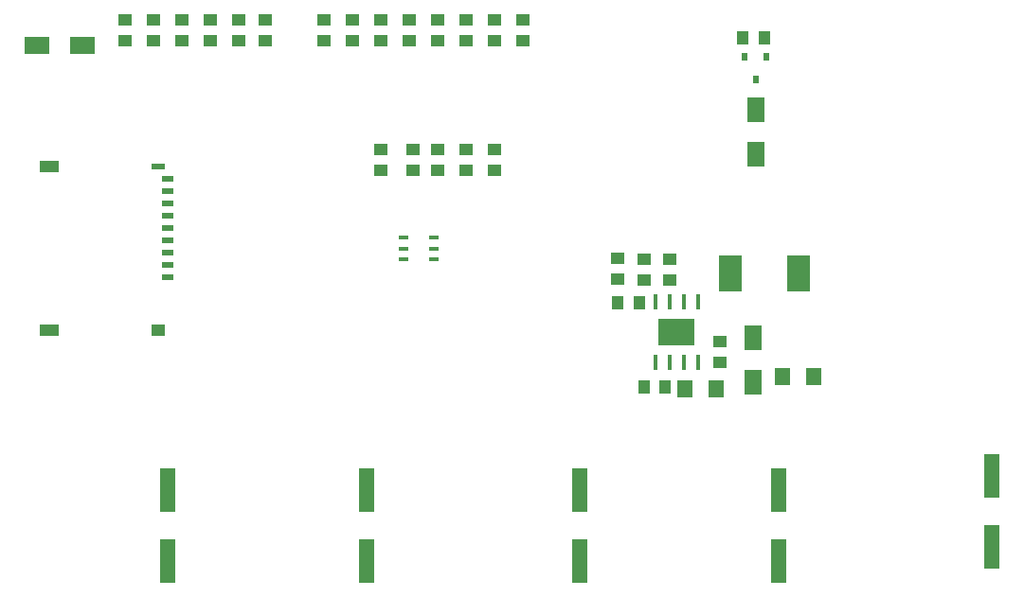
<source format=gbr>
G04 DipTrace 3.3.1.3*
G04 TopPaste.gbr*
%MOIN*%
G04 #@! TF.FileFunction,Paste,Top*
G04 #@! TF.Part,Single*
%ADD73R,0.035307X0.015622*%
%ADD75R,0.130189X0.09515*%
%ADD77R,0.016016X0.054992*%
%ADD89R,0.043181X0.051055*%
%ADD91R,0.023496X0.027433*%
%ADD95R,0.08452X0.129795*%
%ADD101R,0.047118X0.023496*%
%ADD103R,0.047118X0.039244*%
%ADD105R,0.07074X0.039244*%
%ADD107R,0.043181X0.019559*%
%ADD115R,0.058929X0.090425*%
%ADD117R,0.090425X0.058929*%
%ADD119R,0.054992X0.062866*%
%ADD121R,0.051055X0.043181*%
%ADD123R,0.054992X0.155386*%
%FSLAX26Y26*%
G04*
G70*
G90*
G75*
G01*
G04 TopPaste*
%LPD*%
D123*
X943700Y1043700D3*
Y1291731D3*
X1643700Y1043700D3*
Y1291731D3*
X2393700Y1043700D3*
Y1291731D3*
D121*
X2886409Y1816254D3*
Y1741451D3*
D123*
X3093700Y1043700D3*
Y1291731D3*
D119*
X2875451Y1650449D3*
X2765214D3*
X3106200Y1693700D3*
X3216436D3*
D121*
X2710409Y2031254D3*
Y2106057D3*
D123*
X3843700Y1093700D3*
Y1341731D3*
D117*
X484898Y2857814D3*
X642378D3*
D115*
X3012451Y2474949D3*
Y2632430D3*
X3003409Y1830218D3*
Y1672738D3*
D107*
X943676Y2043449D3*
Y2086756D3*
Y2130064D3*
Y2173371D3*
Y2216678D3*
Y2259985D3*
Y2303292D3*
Y2346599D3*
Y2389906D3*
D105*
X528322Y1855260D3*
D103*
X910212D3*
D101*
Y2433213D3*
D105*
X528322D3*
D95*
X2925155Y2055115D3*
X3163344D3*
D91*
X3049949Y2818700D3*
X2975146D3*
X3012548Y2739960D3*
D121*
X1893700Y2493700D3*
Y2418897D3*
X1993700Y2493700D3*
Y2418897D3*
X2093700Y2493700D3*
Y2418897D3*
X1806200Y2493503D3*
Y2418700D3*
D89*
X2968700Y2887451D3*
X3043503D3*
X2528409Y1953254D3*
X2603212D3*
D121*
X2528409Y2109254D3*
Y2034451D3*
D89*
X2619409Y1654254D3*
X2694212D3*
D121*
X2619409Y2031254D3*
Y2106057D3*
X1693700Y2418700D3*
Y2493503D3*
D77*
X2810039Y1955127D3*
X2760039D3*
X2710039D3*
X2660039D3*
Y1742528D3*
X2710039D3*
X2760039D3*
X2810039D3*
D75*
X2735039Y1848827D3*
D73*
X1774951Y2181200D3*
Y2143798D3*
Y2106397D3*
X1881250D3*
Y2143798D3*
Y2181200D3*
D121*
X893700Y2874951D3*
Y2949754D3*
X1093700Y2874951D3*
Y2949754D3*
X1287451Y2874951D3*
Y2949754D3*
X1493700D3*
Y2874951D3*
X1693700Y2949754D3*
Y2874951D3*
X793700Y2949754D3*
Y2874951D3*
X993700Y2949754D3*
Y2874951D3*
X1193700Y2949754D3*
Y2874951D3*
X1893700Y2949754D3*
Y2874951D3*
X2093700Y2949754D3*
Y2874951D3*
X1593700D3*
Y2949754D3*
X1793700Y2874951D3*
Y2949754D3*
X1993700Y2874951D3*
Y2949754D3*
X2193700Y2874951D3*
Y2949754D3*
M02*

</source>
